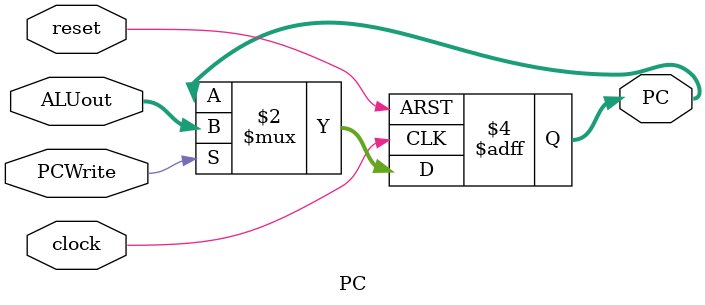
<source format=v>
module PC(PCWrite,ALUout,PC,clock,reset);
    input wire PCWrite;
    input wire [7:0] ALUout;
    input wire clock;
    input wire reset;
    output reg [7:0] PC;

    always @(posedge clock or posedge reset)
     begin
        if (reset) 
        begin
            PC <= 8'b0;
        end else if (PCWrite)
         begin
            PC <= ALUout; 
        end
    end

endmodule
</source>
